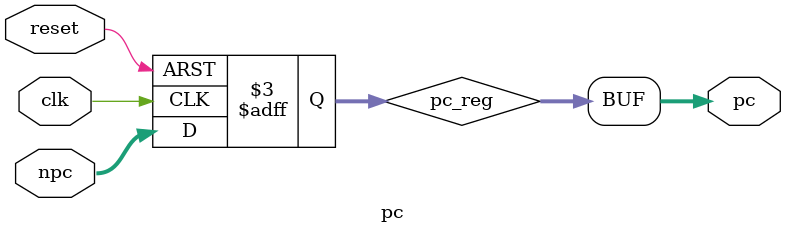
<source format=v>
module pc(
        input wire clk,
        input wire reset,
        input wire [31:0] npc,
        output wire [31:0] pc
    );
    reg [31:0] pc_reg;
    assign pc = pc_reg;
    always @(posedge clk or negedge reset) begin
        if(reset == 0) begin
            pc_reg <= 32'h8000;
        end else begin
            pc_reg <= npc;
        end
    end
endmodule

</source>
